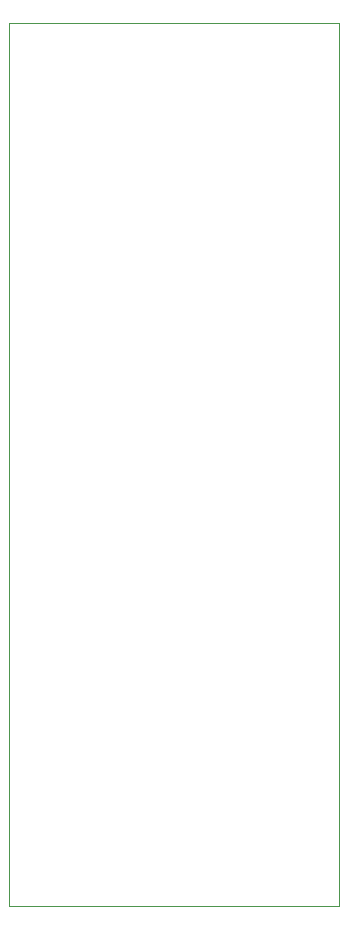
<source format=gbr>
%TF.GenerationSoftware,KiCad,Pcbnew,6.0.8-f2edbf62ab~116~ubuntu22.04.1*%
%TF.CreationDate,2022-10-03T19:03:55-04:00*%
%TF.ProjectId,PicoProbeProgrammerBoard,5069636f-5072-46f6-9265-50726f677261,rev?*%
%TF.SameCoordinates,Original*%
%TF.FileFunction,Profile,NP*%
%FSLAX46Y46*%
G04 Gerber Fmt 4.6, Leading zero omitted, Abs format (unit mm)*
G04 Created by KiCad (PCBNEW 6.0.8-f2edbf62ab~116~ubuntu22.04.1) date 2022-10-03 19:03:55*
%MOMM*%
%LPD*%
G01*
G04 APERTURE LIST*
%TA.AperFunction,Profile*%
%ADD10C,0.100000*%
%TD*%
G04 APERTURE END LIST*
D10*
X114625000Y-19200000D02*
X142575000Y-19200000D01*
X142575000Y-19200000D02*
X142575000Y-94023200D01*
X142575000Y-94023200D02*
X114625000Y-94023200D01*
X114625000Y-94023200D02*
X114625000Y-19200000D01*
M02*

</source>
